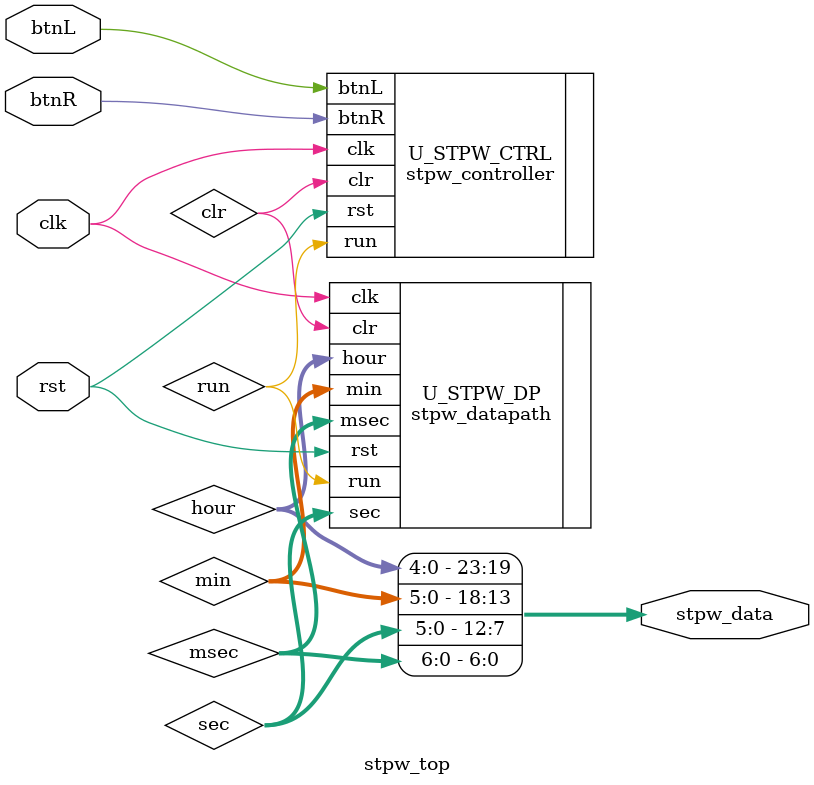
<source format=v>
module stpw_top (
    input clk,
    input rst,

    input btnR,
    input btnL,

    output [23:0] stpw_data
);

    wire [4:0] hour;
    wire [5:0] min;
    wire [5:0] sec;
    wire [6:0] msec;

    assign stpw_data = {hour, min, sec, msec};

    stpw_controller U_STPW_CTRL (
        .clk      (clk),
        .rst      (rst),
        .btnR     (btnR),
        .btnL     (btnL),
        .clr      (clr),
        .run      (run)
    );

    stpw_datapath U_STPW_DP (
        .clk (clk),
        .rst (rst),
        .clr (clr),
        .run (run),
        .msec(msec),
        .sec (sec),
        .min (min),
        .hour(hour)
    );

endmodule

</source>
